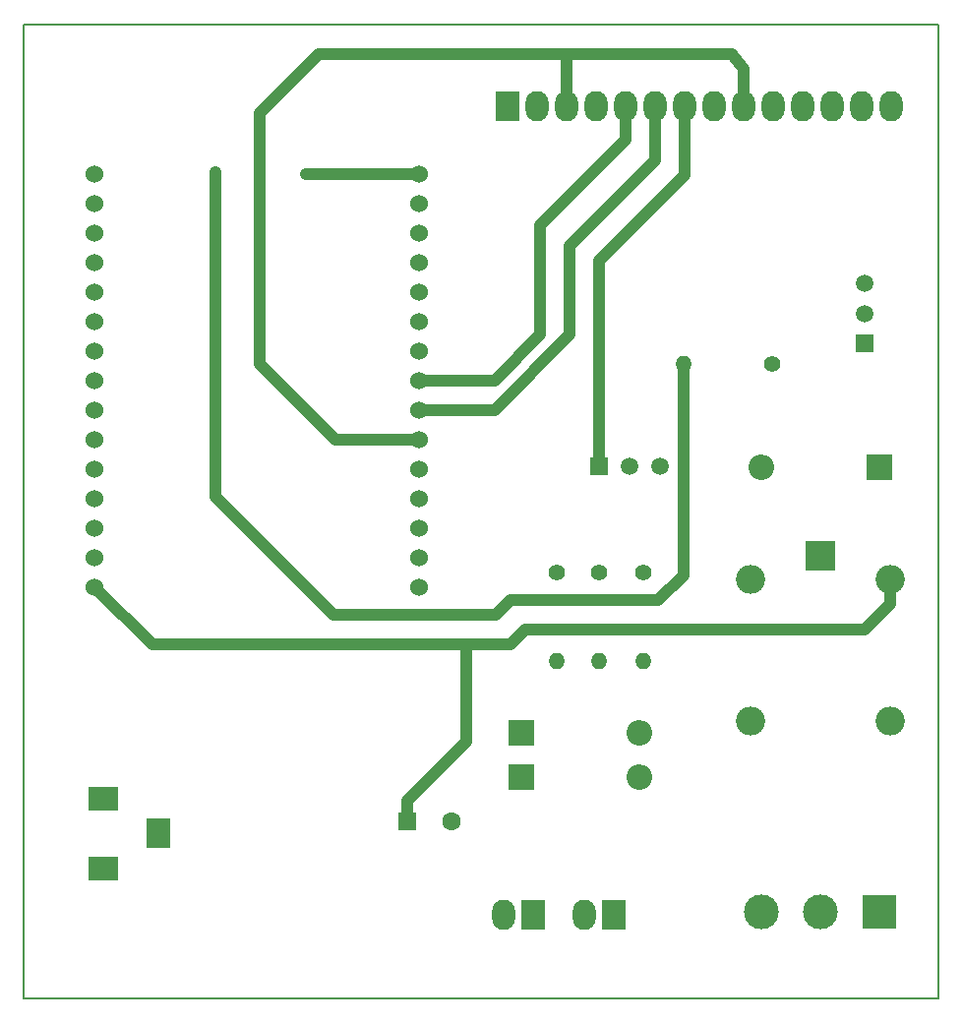
<source format=gbr>
G04 #@! TF.GenerationSoftware,KiCad,Pcbnew,(5.0.2)-1*
G04 #@! TF.CreationDate,2019-05-12T16:02:16+10:00*
G04 #@! TF.ProjectId,DTC,4454432e-6b69-4636-9164-5f7063625858,rev?*
G04 #@! TF.SameCoordinates,Original*
G04 #@! TF.FileFunction,Copper,L1,Top*
G04 #@! TF.FilePolarity,Positive*
%FSLAX46Y46*%
G04 Gerber Fmt 4.6, Leading zero omitted, Abs format (unit mm)*
G04 Created by KiCad (PCBNEW (5.0.2)-1) date 12/05/2019 16:02:16*
%MOMM*%
%LPD*%
G01*
G04 APERTURE LIST*
G04 #@! TA.AperFunction,NonConductor*
%ADD10C,0.150000*%
G04 #@! TD*
G04 #@! TA.AperFunction,ComponentPad*
%ADD11O,2.200000X2.200000*%
G04 #@! TD*
G04 #@! TA.AperFunction,ComponentPad*
%ADD12R,2.200000X2.200000*%
G04 #@! TD*
G04 #@! TA.AperFunction,ComponentPad*
%ADD13O,2.000000X2.600000*%
G04 #@! TD*
G04 #@! TA.AperFunction,ComponentPad*
%ADD14R,2.000000X2.600000*%
G04 #@! TD*
G04 #@! TA.AperFunction,ComponentPad*
%ADD15R,2.600000X2.000000*%
G04 #@! TD*
G04 #@! TA.AperFunction,ComponentPad*
%ADD16C,3.000000*%
G04 #@! TD*
G04 #@! TA.AperFunction,ComponentPad*
%ADD17R,3.000000X3.000000*%
G04 #@! TD*
G04 #@! TA.AperFunction,ComponentPad*
%ADD18O,2.500000X2.500000*%
G04 #@! TD*
G04 #@! TA.AperFunction,ComponentPad*
%ADD19R,2.500000X2.500000*%
G04 #@! TD*
G04 #@! TA.AperFunction,ComponentPad*
%ADD20C,1.500000*%
G04 #@! TD*
G04 #@! TA.AperFunction,ComponentPad*
%ADD21R,1.500000X1.500000*%
G04 #@! TD*
G04 #@! TA.AperFunction,ComponentPad*
%ADD22O,1.400000X1.400000*%
G04 #@! TD*
G04 #@! TA.AperFunction,ComponentPad*
%ADD23C,1.400000*%
G04 #@! TD*
G04 #@! TA.AperFunction,ComponentPad*
%ADD24C,1.524000*%
G04 #@! TD*
G04 #@! TA.AperFunction,ComponentPad*
%ADD25C,1.600000*%
G04 #@! TD*
G04 #@! TA.AperFunction,ComponentPad*
%ADD26R,1.600000X1.600000*%
G04 #@! TD*
G04 #@! TA.AperFunction,ViaPad*
%ADD27C,1.000000*%
G04 #@! TD*
G04 #@! TA.AperFunction,Conductor*
%ADD28C,1.000000*%
G04 #@! TD*
G04 APERTURE END LIST*
D10*
X99060000Y-139700000D02*
X99060000Y-142240000D01*
X99060000Y-58420000D02*
X99060000Y-139700000D01*
X101600000Y-58420000D02*
X99060000Y-58420000D01*
X177800000Y-58420000D02*
X101600000Y-58420000D01*
X177800000Y-142240000D02*
X177800000Y-58420000D01*
X99060000Y-142240000D02*
X177800000Y-142240000D01*
D11*
G04 #@! TO.P,D1,2*
G04 #@! TO.N,Net-(D1-Pad2)*
X152019000Y-119380000D03*
D12*
G04 #@! TO.P,D1,1*
G04 #@! TO.N,Net-(D1-Pad1)*
X141859000Y-119380000D03*
G04 #@! TD*
G04 #@! TO.P,D2,1*
G04 #@! TO.N,Net-(D1-Pad1)*
X141859000Y-123190000D03*
D11*
G04 #@! TO.P,D2,2*
G04 #@! TO.N,Net-(D2-Pad2)*
X152019000Y-123190000D03*
G04 #@! TD*
G04 #@! TO.P,D3,2*
G04 #@! TO.N,Net-(D3-Pad2)*
X162560000Y-96520000D03*
D12*
G04 #@! TO.P,D3,1*
G04 #@! TO.N,Net-(C1-Pad1)*
X172720000Y-96520000D03*
G04 #@! TD*
D13*
G04 #@! TO.P,J1,14*
G04 #@! TO.N,Net-(J1-Pad11)*
X173736000Y-65405000D03*
G04 #@! TO.P,J1,13*
G04 #@! TO.N,Net-(C1-Pad2)*
X171196000Y-65405000D03*
G04 #@! TO.P,J1,12*
G04 #@! TO.N,Net-(J1-Pad12)*
X168656000Y-65405000D03*
G04 #@! TO.P,J1,11*
G04 #@! TO.N,Net-(J1-Pad11)*
X166116000Y-65405000D03*
G04 #@! TO.P,J1,10*
G04 #@! TO.N,Net-(J1-Pad10)*
X163576000Y-65405000D03*
G04 #@! TO.P,J1,9*
G04 #@! TO.N,Net-(J1-Pad3)*
X161036000Y-65405000D03*
G04 #@! TO.P,J1,8*
G04 #@! TO.N,Net-(J1-Pad5)*
X158496000Y-65405000D03*
G04 #@! TO.P,J1,7*
G04 #@! TO.N,Net-(J1-Pad11)*
X155956000Y-65405000D03*
G04 #@! TO.P,J1,6*
G04 #@! TO.N,Net-(J1-Pad2)*
X153416000Y-65405000D03*
G04 #@! TO.P,J1,5*
G04 #@! TO.N,Net-(J1-Pad5)*
X150876000Y-65405000D03*
G04 #@! TO.P,J1,4*
G04 #@! TO.N,Net-(J1-Pad4)*
X148336000Y-65405000D03*
G04 #@! TO.P,J1,3*
G04 #@! TO.N,Net-(J1-Pad3)*
X145796000Y-65405000D03*
G04 #@! TO.P,J1,2*
G04 #@! TO.N,Net-(J1-Pad2)*
X143256000Y-65405000D03*
D14*
G04 #@! TO.P,J1,1*
G04 #@! TO.N,Net-(J1-Pad1)*
X140716000Y-65405000D03*
G04 #@! TD*
D13*
G04 #@! TO.P,J2,2*
G04 #@! TO.N,Net-(D1-Pad2)*
X140346723Y-135058759D03*
D14*
G04 #@! TO.P,J2,1*
G04 #@! TO.N,Net-(C1-Pad2)*
X142886723Y-135058759D03*
G04 #@! TD*
G04 #@! TO.P,J3,1*
G04 #@! TO.N,Net-(D2-Pad2)*
X149860000Y-135058759D03*
D13*
G04 #@! TO.P,J3,2*
G04 #@! TO.N,Net-(C1-Pad2)*
X147320000Y-135058759D03*
G04 #@! TD*
D14*
G04 #@! TO.P,J4,3*
G04 #@! TO.N,Net-(C1-Pad1)*
X110618000Y-128016000D03*
D15*
G04 #@! TO.P,J4,1*
G04 #@! TO.N,Net-(J4-Pad1)*
X105918000Y-125016000D03*
G04 #@! TO.P,J4,2*
G04 #@! TO.N,Net-(C1-Pad2)*
X105918000Y-131016000D03*
G04 #@! TD*
D16*
G04 #@! TO.P,J5,3*
G04 #@! TO.N,Net-(J5-Pad3)*
X162560000Y-134747000D03*
G04 #@! TO.P,J5,2*
G04 #@! TO.N,Net-(J5-Pad2)*
X167640000Y-134747000D03*
D17*
G04 #@! TO.P,J5,1*
G04 #@! TO.N,Net-(J5-Pad1)*
X172720000Y-134747000D03*
G04 #@! TD*
D18*
G04 #@! TO.P,K1,5*
G04 #@! TO.N,Net-(C1-Pad1)*
X173640000Y-106140000D03*
G04 #@! TO.P,K1,4*
G04 #@! TO.N,Net-(J5-Pad1)*
X173640000Y-118340000D03*
G04 #@! TO.P,K1,3*
G04 #@! TO.N,Net-(J5-Pad3)*
X161640000Y-118340000D03*
G04 #@! TO.P,K1,2*
G04 #@! TO.N,Net-(D3-Pad2)*
X161640000Y-106140000D03*
D19*
G04 #@! TO.P,K1,1*
G04 #@! TO.N,Net-(J5-Pad2)*
X167640000Y-104140000D03*
G04 #@! TD*
D20*
G04 #@! TO.P,Q1,2*
G04 #@! TO.N,Net-(Q1-Pad2)*
X171450000Y-83252000D03*
G04 #@! TO.P,Q1,3*
G04 #@! TO.N,Net-(C1-Pad2)*
X171450000Y-80652000D03*
D21*
G04 #@! TO.P,Q1,1*
G04 #@! TO.N,Net-(D3-Pad2)*
X171450000Y-85852000D03*
G04 #@! TD*
G04 #@! TO.P,Q2,1*
G04 #@! TO.N,Net-(J1-Pad11)*
X148590000Y-96393000D03*
D20*
G04 #@! TO.P,Q2,3*
G04 #@! TO.N,Net-(Q2-Pad3)*
X153790000Y-96393000D03*
G04 #@! TO.P,Q2,2*
G04 #@! TO.N,Net-(Q2-Pad2)*
X151190000Y-96393000D03*
G04 #@! TD*
D22*
G04 #@! TO.P,R1,2*
G04 #@! TO.N,Net-(R1-Pad2)*
X155829000Y-87630000D03*
D23*
G04 #@! TO.P,R1,1*
G04 #@! TO.N,Net-(Q1-Pad2)*
X163449000Y-87630000D03*
G04 #@! TD*
G04 #@! TO.P,R2,1*
G04 #@! TO.N,Net-(Q2-Pad2)*
X148590000Y-105537000D03*
D22*
G04 #@! TO.P,R2,2*
G04 #@! TO.N,Net-(R2-Pad2)*
X148590000Y-113157000D03*
G04 #@! TD*
G04 #@! TO.P,R3,2*
G04 #@! TO.N,Net-(D1-Pad2)*
X144907000Y-113157000D03*
D23*
G04 #@! TO.P,R3,1*
G04 #@! TO.N,Net-(R2-Pad2)*
X144907000Y-105537000D03*
G04 #@! TD*
G04 #@! TO.P,R4,1*
G04 #@! TO.N,Net-(Q2-Pad3)*
X152400000Y-105537000D03*
D22*
G04 #@! TO.P,R4,2*
G04 #@! TO.N,Net-(D2-Pad2)*
X152400000Y-113157000D03*
G04 #@! TD*
D24*
G04 #@! TO.P,U1,1*
G04 #@! TO.N,Net-(D1-Pad1)*
X105156000Y-71247000D03*
G04 #@! TO.P,U1,2*
G04 #@! TO.N,Net-(U1-Pad2)*
X105156000Y-73787000D03*
G04 #@! TO.P,U1,3*
G04 #@! TO.N,Net-(U1-Pad3)*
X105156000Y-76327000D03*
G04 #@! TO.P,U1,4*
G04 #@! TO.N,Net-(U1-Pad4)*
X105156000Y-78867000D03*
G04 #@! TO.P,U1,5*
G04 #@! TO.N,Net-(U1-Pad5)*
X105156000Y-81407000D03*
G04 #@! TO.P,U1,6*
G04 #@! TO.N,Net-(U1-Pad6)*
X105156000Y-83947000D03*
G04 #@! TO.P,U1,7*
G04 #@! TO.N,Net-(U1-Pad7)*
X105156000Y-86487000D03*
G04 #@! TO.P,U1,8*
G04 #@! TO.N,Net-(U1-Pad8)*
X105156000Y-89027000D03*
G04 #@! TO.P,U1,9*
G04 #@! TO.N,Net-(U1-Pad9)*
X105156000Y-91567000D03*
G04 #@! TO.P,U1,10*
G04 #@! TO.N,Net-(U1-Pad10)*
X105156000Y-94107000D03*
G04 #@! TO.P,U1,11*
G04 #@! TO.N,Net-(U1-Pad11)*
X105156000Y-96647000D03*
G04 #@! TO.P,U1,12*
G04 #@! TO.N,Net-(U1-Pad12)*
X105156000Y-99187000D03*
G04 #@! TO.P,U1,13*
G04 #@! TO.N,Net-(U1-Pad13)*
X105156000Y-101727000D03*
G04 #@! TO.P,U1,14*
G04 #@! TO.N,Net-(C1-Pad2)*
X105156000Y-104267000D03*
G04 #@! TO.P,U1,15*
G04 #@! TO.N,Net-(C1-Pad1)*
X105156000Y-106807000D03*
G04 #@! TO.P,U1,16*
G04 #@! TO.N,Net-(J1-Pad11)*
X133096000Y-106807000D03*
G04 #@! TO.P,U1,17*
G04 #@! TO.N,Net-(C1-Pad2)*
X133096000Y-104267000D03*
G04 #@! TO.P,U1,18*
G04 #@! TO.N,Net-(U1-Pad18)*
X133096000Y-101727000D03*
G04 #@! TO.P,U1,19*
G04 #@! TO.N,Net-(U1-Pad19)*
X133096000Y-99187000D03*
G04 #@! TO.P,U1,20*
G04 #@! TO.N,Net-(J1-Pad12)*
X133096000Y-96647000D03*
G04 #@! TO.P,U1,21*
G04 #@! TO.N,Net-(J1-Pad3)*
X133096000Y-94107000D03*
G04 #@! TO.P,U1,22*
G04 #@! TO.N,Net-(J1-Pad2)*
X133096000Y-91567000D03*
G04 #@! TO.P,U1,23*
G04 #@! TO.N,Net-(J1-Pad5)*
X133096000Y-89027000D03*
G04 #@! TO.P,U1,24*
G04 #@! TO.N,Net-(C1-Pad2)*
X133096000Y-86487000D03*
G04 #@! TO.P,U1,25*
G04 #@! TO.N,Net-(U1-Pad25)*
X133096000Y-83947000D03*
G04 #@! TO.P,U1,26*
G04 #@! TO.N,Net-(J1-Pad10)*
X133096000Y-81407000D03*
G04 #@! TO.P,U1,27*
G04 #@! TO.N,Net-(R2-Pad2)*
X133096000Y-78867000D03*
G04 #@! TO.P,U1,28*
G04 #@! TO.N,Net-(J1-Pad4)*
X133096000Y-76327000D03*
G04 #@! TO.P,U1,29*
G04 #@! TO.N,Net-(J1-Pad1)*
X133096000Y-73787000D03*
G04 #@! TO.P,U1,30*
G04 #@! TO.N,Net-(R1-Pad2)*
X133096000Y-71247000D03*
G04 #@! TD*
D25*
G04 #@! TO.P,C1,2*
G04 #@! TO.N,Net-(C1-Pad2)*
X135880000Y-127000000D03*
D26*
G04 #@! TO.P,C1,1*
G04 #@! TO.N,Net-(C1-Pad1)*
X132080000Y-127000000D03*
G04 #@! TD*
D27*
G04 #@! TO.N,Net-(J1-Pad5)*
X143510000Y-76200000D03*
G04 #@! TO.N,Net-(R1-Pad2)*
X123317000Y-71247000D03*
X115570000Y-71120000D03*
G04 #@! TD*
D28*
G04 #@! TO.N,Net-(J1-Pad11)*
X148590000Y-78740000D02*
X148590000Y-95885000D01*
X155956000Y-65405000D02*
X155956000Y-71374000D01*
X155956000Y-71374000D02*
X148590000Y-78740000D01*
G04 #@! TO.N,Net-(J1-Pad3)*
X161036000Y-62230000D02*
X161036000Y-65405000D01*
X160020000Y-60960000D02*
X161036000Y-62230000D01*
X147320000Y-60960000D02*
X160020000Y-60960000D01*
X125857000Y-94107000D02*
X133096000Y-94107000D01*
X119380000Y-87630000D02*
X125857000Y-94107000D01*
X119380000Y-66040000D02*
X119380000Y-87630000D01*
X124460000Y-60960000D02*
X119380000Y-66040000D01*
X145796000Y-61214000D02*
X146050000Y-60960000D01*
X145796000Y-65405000D02*
X145796000Y-61214000D01*
X147320000Y-60960000D02*
X146050000Y-60960000D01*
X146050000Y-60960000D02*
X124460000Y-60960000D01*
G04 #@! TO.N,Net-(J1-Pad5)*
X139573000Y-89027000D02*
X133096000Y-89027000D01*
X143510000Y-85090000D02*
X139573000Y-89027000D01*
X143510000Y-75692000D02*
X143510000Y-76200000D01*
X150876000Y-65405000D02*
X150876000Y-68326000D01*
X150876000Y-68326000D02*
X149352000Y-69850000D01*
X149352000Y-69850000D02*
X143510000Y-75692000D01*
X158496000Y-65405000D02*
X158496000Y-66205000D01*
X143510000Y-76200000D02*
X143510000Y-85090000D01*
G04 #@! TO.N,Net-(J1-Pad2)*
X153416000Y-70104000D02*
X153416000Y-65405000D01*
X146050000Y-77470000D02*
X153416000Y-70104000D01*
X146050000Y-85090000D02*
X146050000Y-77470000D01*
X133096000Y-91567000D02*
X139573000Y-91567000D01*
X139573000Y-91567000D02*
X146050000Y-85090000D01*
G04 #@! TO.N,Net-(R1-Pad2)*
X133096000Y-71247000D02*
X123317000Y-71247000D01*
X123317000Y-71247000D02*
X123317000Y-71247000D01*
X115570000Y-71120000D02*
X115570000Y-71120000D01*
X115570000Y-99060000D02*
X115570000Y-71120000D01*
X155829000Y-105791000D02*
X153670000Y-107950000D01*
X153670000Y-107950000D02*
X140970000Y-107950000D01*
X140970000Y-107950000D02*
X139700000Y-109220000D01*
X139700000Y-109220000D02*
X125730000Y-109220000D01*
X155829000Y-87630000D02*
X155829000Y-105791000D01*
X125730000Y-109220000D02*
X115570000Y-99060000D01*
G04 #@! TO.N,Net-(C1-Pad1)*
X110109000Y-111760000D02*
X105156000Y-106807000D01*
X142240000Y-110490000D02*
X140970000Y-111760000D01*
X171450000Y-110490000D02*
X142240000Y-110490000D01*
X173640000Y-106521000D02*
X173640000Y-108300000D01*
X173640000Y-108300000D02*
X171450000Y-110490000D01*
X132080000Y-125200000D02*
X137160000Y-120120000D01*
X132080000Y-127000000D02*
X132080000Y-125200000D01*
X137160000Y-120120000D02*
X137160000Y-111760000D01*
X140970000Y-111760000D02*
X137160000Y-111760000D01*
X137160000Y-111760000D02*
X110109000Y-111760000D01*
G04 #@! TD*
M02*

</source>
